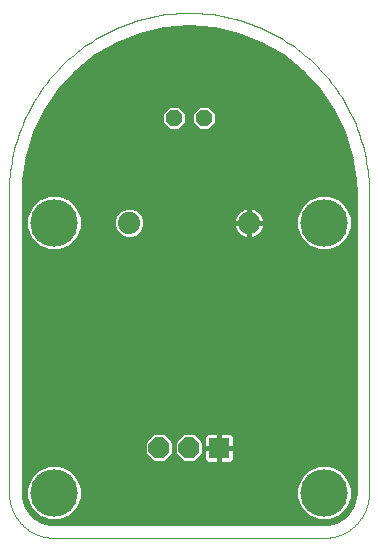
<source format=gbl>
G75*
%MOIN*%
%OFA0B0*%
%FSLAX25Y25*%
%IPPOS*%
%LPD*%
%AMOC8*
5,1,8,0,0,1.08239X$1,22.5*
%
%ADD10OC8,0.05200*%
%ADD11C,0.07400*%
%ADD12C,0.15811*%
%ADD13C,0.00000*%
%ADD14OC8,0.07000*%
%ADD15R,0.07000X0.07000*%
%ADD16C,0.01000*%
D10*
X0056500Y0141500D03*
X0066500Y0141500D03*
D11*
X0081500Y0106500D03*
X0041500Y0106500D03*
D12*
X0016500Y0106500D03*
X0016500Y0016500D03*
X0106500Y0016500D03*
X0106500Y0106500D03*
D13*
X0121500Y0116500D02*
X0121500Y0016500D01*
X0121496Y0016138D01*
X0121482Y0015775D01*
X0121461Y0015413D01*
X0121430Y0015052D01*
X0121391Y0014692D01*
X0121343Y0014333D01*
X0121286Y0013975D01*
X0121221Y0013618D01*
X0121147Y0013263D01*
X0121064Y0012910D01*
X0120973Y0012559D01*
X0120874Y0012211D01*
X0120766Y0011865D01*
X0120650Y0011521D01*
X0120525Y0011181D01*
X0120393Y0010844D01*
X0120252Y0010510D01*
X0120103Y0010179D01*
X0119946Y0009852D01*
X0119782Y0009529D01*
X0119610Y0009210D01*
X0119430Y0008896D01*
X0119242Y0008585D01*
X0119047Y0008280D01*
X0118845Y0007979D01*
X0118635Y0007683D01*
X0118419Y0007393D01*
X0118195Y0007107D01*
X0117965Y0006827D01*
X0117728Y0006553D01*
X0117484Y0006285D01*
X0117234Y0006022D01*
X0116978Y0005766D01*
X0116715Y0005516D01*
X0116447Y0005272D01*
X0116173Y0005035D01*
X0115893Y0004805D01*
X0115607Y0004581D01*
X0115317Y0004365D01*
X0115021Y0004155D01*
X0114720Y0003953D01*
X0114415Y0003758D01*
X0114104Y0003570D01*
X0113790Y0003390D01*
X0113471Y0003218D01*
X0113148Y0003054D01*
X0112821Y0002897D01*
X0112490Y0002748D01*
X0112156Y0002607D01*
X0111819Y0002475D01*
X0111479Y0002350D01*
X0111135Y0002234D01*
X0110789Y0002126D01*
X0110441Y0002027D01*
X0110090Y0001936D01*
X0109737Y0001853D01*
X0109382Y0001779D01*
X0109025Y0001714D01*
X0108667Y0001657D01*
X0108308Y0001609D01*
X0107948Y0001570D01*
X0107587Y0001539D01*
X0107225Y0001518D01*
X0106862Y0001504D01*
X0106500Y0001500D01*
X0016500Y0001500D01*
X0016138Y0001504D01*
X0015775Y0001518D01*
X0015413Y0001539D01*
X0015052Y0001570D01*
X0014692Y0001609D01*
X0014333Y0001657D01*
X0013975Y0001714D01*
X0013618Y0001779D01*
X0013263Y0001853D01*
X0012910Y0001936D01*
X0012559Y0002027D01*
X0012211Y0002126D01*
X0011865Y0002234D01*
X0011521Y0002350D01*
X0011181Y0002475D01*
X0010844Y0002607D01*
X0010510Y0002748D01*
X0010179Y0002897D01*
X0009852Y0003054D01*
X0009529Y0003218D01*
X0009210Y0003390D01*
X0008896Y0003570D01*
X0008585Y0003758D01*
X0008280Y0003953D01*
X0007979Y0004155D01*
X0007683Y0004365D01*
X0007393Y0004581D01*
X0007107Y0004805D01*
X0006827Y0005035D01*
X0006553Y0005272D01*
X0006285Y0005516D01*
X0006022Y0005766D01*
X0005766Y0006022D01*
X0005516Y0006285D01*
X0005272Y0006553D01*
X0005035Y0006827D01*
X0004805Y0007107D01*
X0004581Y0007393D01*
X0004365Y0007683D01*
X0004155Y0007979D01*
X0003953Y0008280D01*
X0003758Y0008585D01*
X0003570Y0008896D01*
X0003390Y0009210D01*
X0003218Y0009529D01*
X0003054Y0009852D01*
X0002897Y0010179D01*
X0002748Y0010510D01*
X0002607Y0010844D01*
X0002475Y0011181D01*
X0002350Y0011521D01*
X0002234Y0011865D01*
X0002126Y0012211D01*
X0002027Y0012559D01*
X0001936Y0012910D01*
X0001853Y0013263D01*
X0001779Y0013618D01*
X0001714Y0013975D01*
X0001657Y0014333D01*
X0001609Y0014692D01*
X0001570Y0015052D01*
X0001539Y0015413D01*
X0001518Y0015775D01*
X0001504Y0016138D01*
X0001500Y0016500D01*
X0001500Y0116500D01*
X0001518Y0117961D01*
X0001571Y0119421D01*
X0001660Y0120880D01*
X0001784Y0122336D01*
X0001944Y0123788D01*
X0002139Y0125236D01*
X0002370Y0126679D01*
X0002635Y0128116D01*
X0002935Y0129546D01*
X0003270Y0130968D01*
X0003640Y0132382D01*
X0004044Y0133786D01*
X0004482Y0135180D01*
X0004954Y0136563D01*
X0005459Y0137934D01*
X0005998Y0139292D01*
X0006569Y0140637D01*
X0007173Y0141967D01*
X0007809Y0143283D01*
X0008477Y0144582D01*
X0009177Y0145865D01*
X0009908Y0147130D01*
X0010669Y0148378D01*
X0011460Y0149606D01*
X0012281Y0150815D01*
X0013131Y0152003D01*
X0014010Y0153170D01*
X0014917Y0154316D01*
X0015852Y0155439D01*
X0016814Y0156539D01*
X0017802Y0157615D01*
X0018816Y0158667D01*
X0019856Y0159694D01*
X0020920Y0160695D01*
X0022008Y0161671D01*
X0023120Y0162619D01*
X0024254Y0163540D01*
X0025411Y0164433D01*
X0026588Y0165297D01*
X0027787Y0166133D01*
X0029006Y0166939D01*
X0030244Y0167716D01*
X0031500Y0168462D01*
X0032774Y0169177D01*
X0034065Y0169861D01*
X0035373Y0170513D01*
X0036696Y0171133D01*
X0038034Y0171721D01*
X0039385Y0172276D01*
X0040750Y0172798D01*
X0042127Y0173286D01*
X0043516Y0173741D01*
X0044915Y0174162D01*
X0046324Y0174549D01*
X0047742Y0174901D01*
X0049168Y0175219D01*
X0050602Y0175502D01*
X0052042Y0175750D01*
X0053487Y0175963D01*
X0054938Y0176140D01*
X0056392Y0176282D01*
X0057849Y0176389D01*
X0059309Y0176460D01*
X0060769Y0176496D01*
X0062231Y0176496D01*
X0063691Y0176460D01*
X0065151Y0176389D01*
X0066608Y0176282D01*
X0068062Y0176140D01*
X0069513Y0175963D01*
X0070958Y0175750D01*
X0072398Y0175502D01*
X0073832Y0175219D01*
X0075258Y0174901D01*
X0076676Y0174549D01*
X0078085Y0174162D01*
X0079484Y0173741D01*
X0080873Y0173286D01*
X0082250Y0172798D01*
X0083615Y0172276D01*
X0084966Y0171721D01*
X0086304Y0171133D01*
X0087627Y0170513D01*
X0088935Y0169861D01*
X0090226Y0169177D01*
X0091500Y0168462D01*
X0092756Y0167716D01*
X0093994Y0166939D01*
X0095213Y0166133D01*
X0096412Y0165297D01*
X0097589Y0164433D01*
X0098746Y0163540D01*
X0099880Y0162619D01*
X0100992Y0161671D01*
X0102080Y0160695D01*
X0103144Y0159694D01*
X0104184Y0158667D01*
X0105198Y0157615D01*
X0106186Y0156539D01*
X0107148Y0155439D01*
X0108083Y0154316D01*
X0108990Y0153170D01*
X0109869Y0152003D01*
X0110719Y0150815D01*
X0111540Y0149606D01*
X0112331Y0148378D01*
X0113092Y0147130D01*
X0113823Y0145865D01*
X0114523Y0144582D01*
X0115191Y0143283D01*
X0115827Y0141967D01*
X0116431Y0140637D01*
X0117002Y0139292D01*
X0117541Y0137934D01*
X0118046Y0136563D01*
X0118518Y0135180D01*
X0118956Y0133786D01*
X0119360Y0132382D01*
X0119730Y0130968D01*
X0120065Y0129546D01*
X0120365Y0128116D01*
X0120630Y0126679D01*
X0120861Y0125236D01*
X0121056Y0123788D01*
X0121216Y0122336D01*
X0121340Y0120880D01*
X0121429Y0119421D01*
X0121482Y0117961D01*
X0121500Y0116500D01*
D14*
X0061500Y0031500D03*
X0051500Y0031500D03*
D15*
X0071500Y0031500D03*
D16*
X0008170Y0010108D02*
X0006799Y0012482D01*
X0006090Y0015129D01*
X0006000Y0016500D01*
X0006000Y0116500D01*
X0006155Y0120648D01*
X0007391Y0128850D01*
X0009836Y0136776D01*
X0013436Y0144250D01*
X0018108Y0151104D01*
X0023750Y0157184D01*
X0030236Y0162356D01*
X0037419Y0166504D01*
X0045141Y0169534D01*
X0053228Y0171380D01*
X0061500Y0172000D01*
X0069772Y0171380D01*
X0077859Y0169534D01*
X0085581Y0166504D01*
X0092764Y0162356D01*
X0099250Y0157184D01*
X0104892Y0151104D01*
X0109564Y0144250D01*
X0113163Y0136776D01*
X0115609Y0128850D01*
X0116845Y0120648D01*
X0117000Y0116500D01*
X0117000Y0016500D01*
X0116910Y0015129D01*
X0116201Y0012482D01*
X0114830Y0010108D01*
X0112892Y0008170D01*
X0110518Y0006799D01*
X0107871Y0006090D01*
X0106500Y0006000D01*
X0016500Y0006000D01*
X0015129Y0006090D01*
X0012482Y0006799D01*
X0010108Y0008170D01*
X0008170Y0010108D01*
X0007951Y0010487D02*
X0009495Y0010487D01*
X0008696Y0011285D02*
X0011285Y0008696D01*
X0014669Y0007294D01*
X0018331Y0007294D01*
X0021714Y0008696D01*
X0024304Y0011285D01*
X0025705Y0014669D01*
X0025705Y0018331D01*
X0024304Y0021714D01*
X0021714Y0024304D01*
X0018331Y0025705D01*
X0014669Y0025705D01*
X0011285Y0024304D01*
X0008696Y0021714D01*
X0007294Y0018331D01*
X0007294Y0014669D01*
X0008696Y0011285D01*
X0008613Y0011485D02*
X0007375Y0011485D01*
X0006799Y0012484D02*
X0008200Y0012484D01*
X0007786Y0013482D02*
X0006531Y0013482D01*
X0006264Y0014481D02*
X0007372Y0014481D01*
X0007294Y0015479D02*
X0006067Y0015479D01*
X0006001Y0016478D02*
X0007294Y0016478D01*
X0007294Y0017476D02*
X0006000Y0017476D01*
X0006000Y0018475D02*
X0007354Y0018475D01*
X0007768Y0019473D02*
X0006000Y0019473D01*
X0006000Y0020472D02*
X0008181Y0020472D01*
X0008595Y0021470D02*
X0006000Y0021470D01*
X0006000Y0022469D02*
X0009450Y0022469D01*
X0010449Y0023467D02*
X0006000Y0023467D01*
X0006000Y0024466D02*
X0011676Y0024466D01*
X0014087Y0025464D02*
X0006000Y0025464D01*
X0006000Y0026463D02*
X0117000Y0026463D01*
X0117000Y0027461D02*
X0076409Y0027461D01*
X0076398Y0027421D02*
X0076500Y0027803D01*
X0076500Y0031114D01*
X0071886Y0031114D01*
X0071886Y0031886D01*
X0076500Y0031886D01*
X0076500Y0035197D01*
X0076398Y0035579D01*
X0076200Y0035921D01*
X0075921Y0036200D01*
X0075579Y0036398D01*
X0075197Y0036500D01*
X0071886Y0036500D01*
X0071886Y0031886D01*
X0071114Y0031886D01*
X0071114Y0036500D01*
X0067803Y0036500D01*
X0067421Y0036398D01*
X0067079Y0036200D01*
X0066800Y0035921D01*
X0066602Y0035579D01*
X0066500Y0035197D01*
X0066500Y0031886D01*
X0071114Y0031886D01*
X0071114Y0031114D01*
X0071886Y0031114D01*
X0071886Y0026500D01*
X0075197Y0026500D01*
X0075579Y0026602D01*
X0075921Y0026800D01*
X0076200Y0027079D01*
X0076398Y0027421D01*
X0076500Y0028460D02*
X0117000Y0028460D01*
X0117000Y0029458D02*
X0076500Y0029458D01*
X0076500Y0030457D02*
X0117000Y0030457D01*
X0117000Y0031455D02*
X0071886Y0031455D01*
X0071114Y0031455D02*
X0066300Y0031455D01*
X0066500Y0031114D02*
X0066500Y0027803D01*
X0066602Y0027421D01*
X0066800Y0027079D01*
X0067079Y0026800D01*
X0067421Y0026602D01*
X0067803Y0026500D01*
X0071114Y0026500D01*
X0071114Y0031114D01*
X0066500Y0031114D01*
X0066500Y0030457D02*
X0066300Y0030457D01*
X0066300Y0029512D02*
X0063488Y0026700D01*
X0059512Y0026700D01*
X0056700Y0029512D01*
X0056700Y0033488D01*
X0059512Y0036300D01*
X0063488Y0036300D01*
X0066300Y0033488D01*
X0066300Y0029512D01*
X0066247Y0029458D02*
X0066500Y0029458D01*
X0066500Y0028460D02*
X0065248Y0028460D01*
X0064250Y0027461D02*
X0066591Y0027461D01*
X0071114Y0027461D02*
X0071886Y0027461D01*
X0071886Y0028460D02*
X0071114Y0028460D01*
X0071114Y0029458D02*
X0071886Y0029458D01*
X0071886Y0030457D02*
X0071114Y0030457D01*
X0071114Y0032454D02*
X0071886Y0032454D01*
X0071886Y0033452D02*
X0071114Y0033452D01*
X0071114Y0034451D02*
X0071886Y0034451D01*
X0071886Y0035449D02*
X0071114Y0035449D01*
X0071114Y0036448D02*
X0071886Y0036448D01*
X0075392Y0036448D02*
X0117000Y0036448D01*
X0117000Y0037446D02*
X0006000Y0037446D01*
X0006000Y0036448D02*
X0067608Y0036448D01*
X0066568Y0035449D02*
X0064339Y0035449D01*
X0065337Y0034451D02*
X0066500Y0034451D01*
X0066500Y0033452D02*
X0066300Y0033452D01*
X0066300Y0032454D02*
X0066500Y0032454D01*
X0058661Y0035449D02*
X0054339Y0035449D01*
X0053488Y0036300D02*
X0049512Y0036300D01*
X0046700Y0033488D01*
X0046700Y0029512D01*
X0049512Y0026700D01*
X0053488Y0026700D01*
X0056300Y0029512D01*
X0056300Y0033488D01*
X0053488Y0036300D01*
X0055337Y0034451D02*
X0057663Y0034451D01*
X0056700Y0033452D02*
X0056300Y0033452D01*
X0056300Y0032454D02*
X0056700Y0032454D01*
X0056700Y0031455D02*
X0056300Y0031455D01*
X0056300Y0030457D02*
X0056700Y0030457D01*
X0056753Y0029458D02*
X0056247Y0029458D01*
X0055248Y0028460D02*
X0057752Y0028460D01*
X0058750Y0027461D02*
X0054250Y0027461D01*
X0048750Y0027461D02*
X0006000Y0027461D01*
X0006000Y0028460D02*
X0047752Y0028460D01*
X0046753Y0029458D02*
X0006000Y0029458D01*
X0006000Y0030457D02*
X0046700Y0030457D01*
X0046700Y0031455D02*
X0006000Y0031455D01*
X0006000Y0032454D02*
X0046700Y0032454D01*
X0046700Y0033452D02*
X0006000Y0033452D01*
X0006000Y0034451D02*
X0047663Y0034451D01*
X0048661Y0035449D02*
X0006000Y0035449D01*
X0006000Y0038445D02*
X0117000Y0038445D01*
X0117000Y0039443D02*
X0006000Y0039443D01*
X0006000Y0040442D02*
X0117000Y0040442D01*
X0117000Y0041440D02*
X0006000Y0041440D01*
X0006000Y0042439D02*
X0117000Y0042439D01*
X0117000Y0043437D02*
X0006000Y0043437D01*
X0006000Y0044436D02*
X0117000Y0044436D01*
X0117000Y0045434D02*
X0006000Y0045434D01*
X0006000Y0046433D02*
X0117000Y0046433D01*
X0117000Y0047432D02*
X0006000Y0047432D01*
X0006000Y0048430D02*
X0117000Y0048430D01*
X0117000Y0049429D02*
X0006000Y0049429D01*
X0006000Y0050427D02*
X0117000Y0050427D01*
X0117000Y0051426D02*
X0006000Y0051426D01*
X0006000Y0052424D02*
X0117000Y0052424D01*
X0117000Y0053423D02*
X0006000Y0053423D01*
X0006000Y0054421D02*
X0117000Y0054421D01*
X0117000Y0055420D02*
X0006000Y0055420D01*
X0006000Y0056418D02*
X0117000Y0056418D01*
X0117000Y0057417D02*
X0006000Y0057417D01*
X0006000Y0058415D02*
X0117000Y0058415D01*
X0117000Y0059414D02*
X0006000Y0059414D01*
X0006000Y0060412D02*
X0117000Y0060412D01*
X0117000Y0061411D02*
X0006000Y0061411D01*
X0006000Y0062409D02*
X0117000Y0062409D01*
X0117000Y0063408D02*
X0006000Y0063408D01*
X0006000Y0064406D02*
X0117000Y0064406D01*
X0117000Y0065405D02*
X0006000Y0065405D01*
X0006000Y0066403D02*
X0117000Y0066403D01*
X0117000Y0067402D02*
X0006000Y0067402D01*
X0006000Y0068400D02*
X0117000Y0068400D01*
X0117000Y0069399D02*
X0006000Y0069399D01*
X0006000Y0070397D02*
X0117000Y0070397D01*
X0117000Y0071396D02*
X0006000Y0071396D01*
X0006000Y0072394D02*
X0117000Y0072394D01*
X0117000Y0073393D02*
X0006000Y0073393D01*
X0006000Y0074391D02*
X0117000Y0074391D01*
X0117000Y0075390D02*
X0006000Y0075390D01*
X0006000Y0076388D02*
X0117000Y0076388D01*
X0117000Y0077387D02*
X0006000Y0077387D01*
X0006000Y0078385D02*
X0117000Y0078385D01*
X0117000Y0079384D02*
X0006000Y0079384D01*
X0006000Y0080382D02*
X0117000Y0080382D01*
X0117000Y0081381D02*
X0006000Y0081381D01*
X0006000Y0082379D02*
X0117000Y0082379D01*
X0117000Y0083378D02*
X0006000Y0083378D01*
X0006000Y0084376D02*
X0117000Y0084376D01*
X0117000Y0085375D02*
X0006000Y0085375D01*
X0006000Y0086373D02*
X0117000Y0086373D01*
X0117000Y0087372D02*
X0006000Y0087372D01*
X0006000Y0088370D02*
X0117000Y0088370D01*
X0117000Y0089369D02*
X0006000Y0089369D01*
X0006000Y0090368D02*
X0117000Y0090368D01*
X0117000Y0091366D02*
X0006000Y0091366D01*
X0006000Y0092365D02*
X0117000Y0092365D01*
X0117000Y0093363D02*
X0006000Y0093363D01*
X0006000Y0094362D02*
X0117000Y0094362D01*
X0117000Y0095360D02*
X0006000Y0095360D01*
X0006000Y0096359D02*
X0117000Y0096359D01*
X0117000Y0097357D02*
X0108482Y0097357D01*
X0108331Y0097294D02*
X0111714Y0098696D01*
X0114304Y0101285D01*
X0115705Y0104669D01*
X0115705Y0108331D01*
X0114304Y0111714D01*
X0111714Y0114304D01*
X0108331Y0115705D01*
X0104669Y0115705D01*
X0101285Y0114304D01*
X0098696Y0111714D01*
X0097294Y0108331D01*
X0097294Y0104669D01*
X0098696Y0101285D01*
X0101285Y0098696D01*
X0104669Y0097294D01*
X0108331Y0097294D01*
X0110893Y0098356D02*
X0117000Y0098356D01*
X0117000Y0099354D02*
X0112373Y0099354D01*
X0113371Y0100353D02*
X0117000Y0100353D01*
X0117000Y0101351D02*
X0114331Y0101351D01*
X0114745Y0102350D02*
X0117000Y0102350D01*
X0117000Y0103348D02*
X0115158Y0103348D01*
X0115572Y0104347D02*
X0117000Y0104347D01*
X0117000Y0105345D02*
X0115705Y0105345D01*
X0115705Y0106344D02*
X0117000Y0106344D01*
X0117000Y0107342D02*
X0115705Y0107342D01*
X0115702Y0108341D02*
X0117000Y0108341D01*
X0117000Y0109339D02*
X0115288Y0109339D01*
X0114874Y0110338D02*
X0117000Y0110338D01*
X0117000Y0111336D02*
X0114461Y0111336D01*
X0113684Y0112335D02*
X0117000Y0112335D01*
X0117000Y0113333D02*
X0112685Y0113333D01*
X0111648Y0114332D02*
X0117000Y0114332D01*
X0117000Y0115330D02*
X0109237Y0115330D01*
X0103763Y0115330D02*
X0019237Y0115330D01*
X0018331Y0115705D02*
X0014669Y0115705D01*
X0011285Y0114304D01*
X0008696Y0111714D01*
X0007294Y0108331D01*
X0007294Y0104669D01*
X0008696Y0101285D01*
X0011285Y0098696D01*
X0014669Y0097294D01*
X0018331Y0097294D01*
X0021714Y0098696D01*
X0024304Y0101285D01*
X0025705Y0104669D01*
X0025705Y0108331D01*
X0024304Y0111714D01*
X0021714Y0114304D01*
X0018331Y0115705D01*
X0021648Y0114332D02*
X0101352Y0114332D01*
X0100315Y0113333D02*
X0022685Y0113333D01*
X0023684Y0112335D02*
X0099316Y0112335D01*
X0098539Y0111336D02*
X0083443Y0111336D01*
X0083496Y0111319D02*
X0082718Y0111572D01*
X0081909Y0111700D01*
X0081886Y0111700D01*
X0081886Y0106886D01*
X0086700Y0106886D01*
X0086700Y0106909D01*
X0086572Y0107718D01*
X0086319Y0108496D01*
X0085947Y0109225D01*
X0085466Y0109888D01*
X0084888Y0110466D01*
X0084225Y0110947D01*
X0083496Y0111319D01*
X0081886Y0111336D02*
X0081114Y0111336D01*
X0081114Y0111700D02*
X0081091Y0111700D01*
X0080282Y0111572D01*
X0079504Y0111319D01*
X0078775Y0110947D01*
X0078112Y0110466D01*
X0077534Y0109888D01*
X0077053Y0109225D01*
X0076681Y0108496D01*
X0076428Y0107718D01*
X0076300Y0106909D01*
X0076300Y0106886D01*
X0081114Y0106886D01*
X0081114Y0111700D01*
X0081114Y0110338D02*
X0081886Y0110338D01*
X0081886Y0109339D02*
X0081114Y0109339D01*
X0081114Y0108341D02*
X0081886Y0108341D01*
X0081886Y0107342D02*
X0081114Y0107342D01*
X0081114Y0106886D02*
X0081886Y0106886D01*
X0081886Y0106114D01*
X0086700Y0106114D01*
X0086700Y0106091D01*
X0086572Y0105282D01*
X0086319Y0104504D01*
X0085947Y0103775D01*
X0085466Y0103112D01*
X0084888Y0102534D01*
X0084225Y0102053D01*
X0083496Y0101681D01*
X0082718Y0101428D01*
X0081909Y0101300D01*
X0081886Y0101300D01*
X0081886Y0106114D01*
X0081114Y0106114D01*
X0081114Y0101300D01*
X0081091Y0101300D01*
X0080282Y0101428D01*
X0079504Y0101681D01*
X0078775Y0102053D01*
X0078112Y0102534D01*
X0077534Y0103112D01*
X0077053Y0103775D01*
X0076681Y0104504D01*
X0076428Y0105282D01*
X0076300Y0106091D01*
X0076300Y0106114D01*
X0081114Y0106114D01*
X0081114Y0106886D01*
X0081114Y0106344D02*
X0046500Y0106344D01*
X0046500Y0105505D02*
X0045739Y0103668D01*
X0044332Y0102261D01*
X0042495Y0101500D01*
X0040505Y0101500D01*
X0038668Y0102261D01*
X0037261Y0103668D01*
X0036500Y0105505D01*
X0036500Y0107495D01*
X0037261Y0109332D01*
X0038668Y0110739D01*
X0040505Y0111500D01*
X0042495Y0111500D01*
X0044332Y0110739D01*
X0045739Y0109332D01*
X0046500Y0107495D01*
X0046500Y0105505D01*
X0046434Y0105345D02*
X0076418Y0105345D01*
X0076761Y0104347D02*
X0046020Y0104347D01*
X0045419Y0103348D02*
X0077362Y0103348D01*
X0078366Y0102350D02*
X0044421Y0102350D01*
X0046500Y0107342D02*
X0076369Y0107342D01*
X0076630Y0108341D02*
X0046150Y0108341D01*
X0045732Y0109339D02*
X0077135Y0109339D01*
X0077984Y0110338D02*
X0044733Y0110338D01*
X0042890Y0111336D02*
X0079557Y0111336D01*
X0081886Y0106344D02*
X0097294Y0106344D01*
X0097294Y0107342D02*
X0086631Y0107342D01*
X0086370Y0108341D02*
X0097298Y0108341D01*
X0097712Y0109339D02*
X0085865Y0109339D01*
X0085016Y0110338D02*
X0098126Y0110338D01*
X0097294Y0105345D02*
X0086582Y0105345D01*
X0086239Y0104347D02*
X0097428Y0104347D01*
X0097842Y0103348D02*
X0085638Y0103348D01*
X0084634Y0102350D02*
X0098255Y0102350D01*
X0098669Y0101351D02*
X0082232Y0101351D01*
X0081886Y0101351D02*
X0081114Y0101351D01*
X0080768Y0101351D02*
X0024331Y0101351D01*
X0024745Y0102350D02*
X0038579Y0102350D01*
X0037581Y0103348D02*
X0025158Y0103348D01*
X0025572Y0104347D02*
X0036980Y0104347D01*
X0036566Y0105345D02*
X0025705Y0105345D01*
X0025705Y0106344D02*
X0036500Y0106344D01*
X0036500Y0107342D02*
X0025705Y0107342D01*
X0025702Y0108341D02*
X0036850Y0108341D01*
X0037268Y0109339D02*
X0025288Y0109339D01*
X0024874Y0110338D02*
X0038267Y0110338D01*
X0040110Y0111336D02*
X0024461Y0111336D01*
X0023371Y0100353D02*
X0099629Y0100353D01*
X0100627Y0099354D02*
X0022373Y0099354D01*
X0020893Y0098356D02*
X0102107Y0098356D01*
X0104518Y0097357D02*
X0018482Y0097357D01*
X0014518Y0097357D02*
X0006000Y0097357D01*
X0006000Y0098356D02*
X0012107Y0098356D01*
X0010627Y0099354D02*
X0006000Y0099354D01*
X0006000Y0100353D02*
X0009629Y0100353D01*
X0008669Y0101351D02*
X0006000Y0101351D01*
X0006000Y0102350D02*
X0008255Y0102350D01*
X0007842Y0103348D02*
X0006000Y0103348D01*
X0006000Y0104347D02*
X0007428Y0104347D01*
X0007294Y0105345D02*
X0006000Y0105345D01*
X0006000Y0106344D02*
X0007294Y0106344D01*
X0007294Y0107342D02*
X0006000Y0107342D01*
X0006000Y0108341D02*
X0007298Y0108341D01*
X0007712Y0109339D02*
X0006000Y0109339D01*
X0006000Y0110338D02*
X0008126Y0110338D01*
X0008539Y0111336D02*
X0006000Y0111336D01*
X0006000Y0112335D02*
X0009316Y0112335D01*
X0010315Y0113333D02*
X0006000Y0113333D01*
X0006000Y0114332D02*
X0011352Y0114332D01*
X0013763Y0115330D02*
X0006000Y0115330D01*
X0006000Y0116329D02*
X0117000Y0116329D01*
X0116969Y0117327D02*
X0006031Y0117327D01*
X0006068Y0118326D02*
X0116932Y0118326D01*
X0116894Y0119324D02*
X0006106Y0119324D01*
X0006143Y0120323D02*
X0116857Y0120323D01*
X0116743Y0121321D02*
X0006257Y0121321D01*
X0006407Y0122320D02*
X0116593Y0122320D01*
X0116442Y0123318D02*
X0006558Y0123318D01*
X0006708Y0124317D02*
X0116292Y0124317D01*
X0116141Y0125315D02*
X0006859Y0125315D01*
X0007009Y0126314D02*
X0115991Y0126314D01*
X0115840Y0127312D02*
X0007160Y0127312D01*
X0007310Y0128311D02*
X0115690Y0128311D01*
X0115467Y0129309D02*
X0007533Y0129309D01*
X0007841Y0130308D02*
X0115159Y0130308D01*
X0114851Y0131306D02*
X0008149Y0131306D01*
X0008457Y0132305D02*
X0114543Y0132305D01*
X0114235Y0133303D02*
X0008765Y0133303D01*
X0009073Y0134302D02*
X0113927Y0134302D01*
X0113619Y0135301D02*
X0009381Y0135301D01*
X0009689Y0136299D02*
X0113311Y0136299D01*
X0112913Y0137298D02*
X0010087Y0137298D01*
X0010568Y0138296D02*
X0054189Y0138296D01*
X0054885Y0137600D02*
X0058115Y0137600D01*
X0060400Y0139885D01*
X0060400Y0143115D01*
X0058115Y0145400D01*
X0054885Y0145400D01*
X0052600Y0143115D01*
X0052600Y0139885D01*
X0054885Y0137600D01*
X0053190Y0139295D02*
X0011049Y0139295D01*
X0011530Y0140293D02*
X0052600Y0140293D01*
X0052600Y0141292D02*
X0012011Y0141292D01*
X0012492Y0142290D02*
X0052600Y0142290D01*
X0052773Y0143289D02*
X0012973Y0143289D01*
X0013461Y0144287D02*
X0053772Y0144287D01*
X0054770Y0145286D02*
X0014142Y0145286D01*
X0014822Y0146284D02*
X0108178Y0146284D01*
X0108858Y0145286D02*
X0068230Y0145286D01*
X0068115Y0145400D02*
X0064885Y0145400D01*
X0062600Y0143115D01*
X0062600Y0139885D01*
X0064885Y0137600D01*
X0068115Y0137600D01*
X0070400Y0139885D01*
X0070400Y0143115D01*
X0068115Y0145400D01*
X0069228Y0144287D02*
X0109539Y0144287D01*
X0110027Y0143289D02*
X0070227Y0143289D01*
X0070400Y0142290D02*
X0110508Y0142290D01*
X0110989Y0141292D02*
X0070400Y0141292D01*
X0070400Y0140293D02*
X0111470Y0140293D01*
X0111951Y0139295D02*
X0069810Y0139295D01*
X0068811Y0138296D02*
X0112432Y0138296D01*
X0107497Y0147283D02*
X0015503Y0147283D01*
X0016184Y0148281D02*
X0106816Y0148281D01*
X0106135Y0149280D02*
X0016865Y0149280D01*
X0017546Y0150278D02*
X0105454Y0150278D01*
X0104731Y0151277D02*
X0018269Y0151277D01*
X0019195Y0152275D02*
X0103805Y0152275D01*
X0102878Y0153274D02*
X0020122Y0153274D01*
X0021048Y0154272D02*
X0101952Y0154272D01*
X0101025Y0155271D02*
X0021975Y0155271D01*
X0022901Y0156269D02*
X0100099Y0156269D01*
X0099145Y0157268D02*
X0023855Y0157268D01*
X0025107Y0158266D02*
X0097893Y0158266D01*
X0096641Y0159265D02*
X0026359Y0159265D01*
X0027611Y0160263D02*
X0095389Y0160263D01*
X0094137Y0161262D02*
X0028863Y0161262D01*
X0030115Y0162260D02*
X0092885Y0162260D01*
X0091201Y0163259D02*
X0031799Y0163259D01*
X0033529Y0164257D02*
X0089471Y0164257D01*
X0087742Y0165256D02*
X0035258Y0165256D01*
X0036987Y0166254D02*
X0086013Y0166254D01*
X0083672Y0167253D02*
X0039328Y0167253D01*
X0041872Y0168251D02*
X0081128Y0168251D01*
X0078584Y0169250D02*
X0044416Y0169250D01*
X0048270Y0170248D02*
X0074730Y0170248D01*
X0070355Y0171247D02*
X0052645Y0171247D01*
X0058230Y0145286D02*
X0064770Y0145286D01*
X0063772Y0144287D02*
X0059228Y0144287D01*
X0060227Y0143289D02*
X0062773Y0143289D01*
X0062600Y0142290D02*
X0060400Y0142290D01*
X0060400Y0141292D02*
X0062600Y0141292D01*
X0062600Y0140293D02*
X0060400Y0140293D01*
X0059810Y0139295D02*
X0063190Y0139295D01*
X0064189Y0138296D02*
X0058811Y0138296D01*
X0081114Y0105345D02*
X0081886Y0105345D01*
X0081886Y0104347D02*
X0081114Y0104347D01*
X0081114Y0103348D02*
X0081886Y0103348D01*
X0081886Y0102350D02*
X0081114Y0102350D01*
X0076432Y0035449D02*
X0117000Y0035449D01*
X0117000Y0034451D02*
X0076500Y0034451D01*
X0076500Y0033452D02*
X0117000Y0033452D01*
X0117000Y0032454D02*
X0076500Y0032454D01*
X0098696Y0021714D02*
X0097294Y0018331D01*
X0097294Y0014669D01*
X0098696Y0011285D01*
X0101285Y0008696D01*
X0104669Y0007294D01*
X0108331Y0007294D01*
X0111714Y0008696D01*
X0114304Y0011285D01*
X0115705Y0014669D01*
X0115705Y0018331D01*
X0114304Y0021714D01*
X0111714Y0024304D01*
X0108331Y0025705D01*
X0104669Y0025705D01*
X0101285Y0024304D01*
X0098696Y0021714D01*
X0098595Y0021470D02*
X0024405Y0021470D01*
X0024819Y0020472D02*
X0098181Y0020472D01*
X0097768Y0019473D02*
X0025232Y0019473D01*
X0025646Y0018475D02*
X0097354Y0018475D01*
X0097294Y0017476D02*
X0025705Y0017476D01*
X0025705Y0016478D02*
X0097294Y0016478D01*
X0097294Y0015479D02*
X0025705Y0015479D01*
X0025628Y0014481D02*
X0097372Y0014481D01*
X0097786Y0013482D02*
X0025214Y0013482D01*
X0024800Y0012484D02*
X0098200Y0012484D01*
X0098613Y0011485D02*
X0024387Y0011485D01*
X0023505Y0010487D02*
X0099495Y0010487D01*
X0100493Y0009488D02*
X0022507Y0009488D01*
X0021216Y0008490D02*
X0101784Y0008490D01*
X0104194Y0007491D02*
X0018806Y0007491D01*
X0014194Y0007491D02*
X0011284Y0007491D01*
X0011784Y0008490D02*
X0009788Y0008490D01*
X0010493Y0009488D02*
X0008790Y0009488D01*
X0013626Y0006493D02*
X0109374Y0006493D01*
X0108806Y0007491D02*
X0111716Y0007491D01*
X0111216Y0008490D02*
X0113212Y0008490D01*
X0112507Y0009488D02*
X0114210Y0009488D01*
X0113505Y0010487D02*
X0115049Y0010487D01*
X0115625Y0011485D02*
X0114387Y0011485D01*
X0114800Y0012484D02*
X0116201Y0012484D01*
X0116469Y0013482D02*
X0115214Y0013482D01*
X0115628Y0014481D02*
X0116736Y0014481D01*
X0116933Y0015479D02*
X0115705Y0015479D01*
X0115705Y0016478D02*
X0116999Y0016478D01*
X0117000Y0017476D02*
X0115705Y0017476D01*
X0115646Y0018475D02*
X0117000Y0018475D01*
X0117000Y0019473D02*
X0115232Y0019473D01*
X0114819Y0020472D02*
X0117000Y0020472D01*
X0117000Y0021470D02*
X0114405Y0021470D01*
X0113550Y0022469D02*
X0117000Y0022469D01*
X0117000Y0023467D02*
X0112551Y0023467D01*
X0111324Y0024466D02*
X0117000Y0024466D01*
X0117000Y0025464D02*
X0108913Y0025464D01*
X0104087Y0025464D02*
X0018913Y0025464D01*
X0021324Y0024466D02*
X0101676Y0024466D01*
X0100449Y0023467D02*
X0022551Y0023467D01*
X0023550Y0022469D02*
X0099450Y0022469D01*
M02*

</source>
